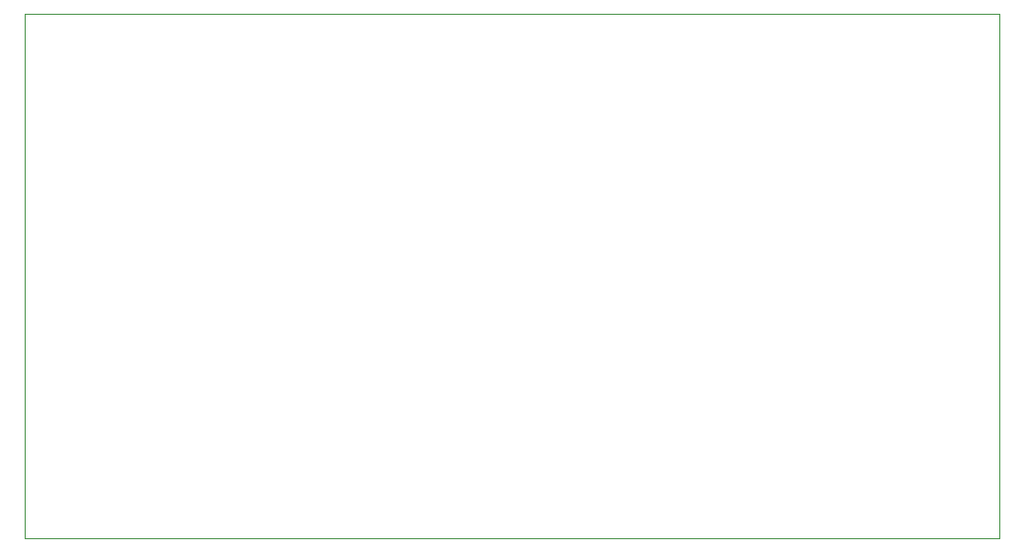
<source format=gbr>
G04 #@! TF.GenerationSoftware,KiCad,Pcbnew,(5.1.4-0-10_14)*
G04 #@! TF.CreationDate,2019-12-21T14:54:42-08:00*
G04 #@! TF.ProjectId,slow-clock,736c6f77-2d63-46c6-9f63-6b2e6b696361,rev?*
G04 #@! TF.SameCoordinates,Original*
G04 #@! TF.FileFunction,Profile,NP*
%FSLAX46Y46*%
G04 Gerber Fmt 4.6, Leading zero omitted, Abs format (unit mm)*
G04 Created by KiCad (PCBNEW (5.1.4-0-10_14)) date 2019-12-21 14:54:42*
%MOMM*%
%LPD*%
G04 APERTURE LIST*
%ADD10C,0.100000*%
G04 APERTURE END LIST*
D10*
X24130000Y-48895000D02*
X24130000Y-26035000D01*
X24130000Y-55245000D02*
X24130000Y-48895000D01*
X24130000Y-71120000D02*
X24130000Y-55245000D01*
X107696000Y-71120000D02*
X24130000Y-71120000D01*
X107696000Y-26035000D02*
X107696000Y-71120000D01*
X24130000Y-26035000D02*
X107696000Y-26035000D01*
M02*

</source>
